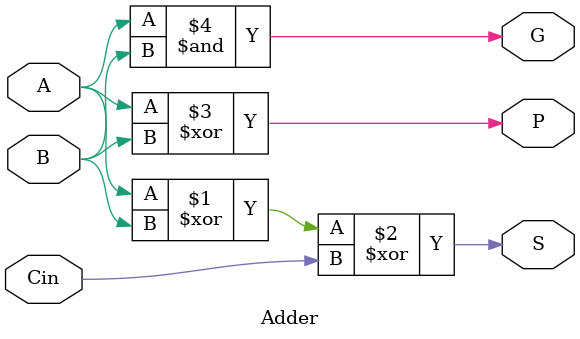
<source format=sv>
module Adder //#(parameter N = 4)
(
   input A, B,
	input Cin,
	output logic P, G, S
);

   //logic [N-1:0] P_sum, G_sum;
	assign S = (A ^ B) ^ Cin;
	
	assign P = (A ^ B);

   assign G = A & B;	
	
endmodule 
</source>
